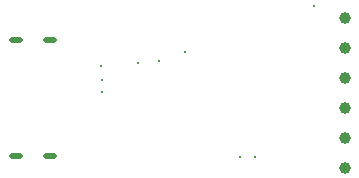
<source format=gbr>
%TF.GenerationSoftware,KiCad,Pcbnew,9.0.5*%
%TF.CreationDate,2025-12-13T22:10:06+05:30*%
%TF.ProjectId,Serial-Basic-CH340C-and-USBC,53657269-616c-42d4-9261-7369632d4348,V1.2*%
%TF.SameCoordinates,Original*%
%TF.FileFunction,Plated,1,2,PTH,Mixed*%
%TF.FilePolarity,Positive*%
%FSLAX46Y46*%
G04 Gerber Fmt 4.6, Leading zero omitted, Abs format (unit mm)*
G04 Created by KiCad (PCBNEW 9.0.5) date 2025-12-13 22:10:06*
%MOMM*%
%LPD*%
G01*
G04 APERTURE LIST*
%TA.AperFunction,ViaDrill*%
%ADD10C,0.300000*%
%TD*%
G04 aperture for slot hole*
%TA.AperFunction,ComponentDrill*%
%ADD11C,0.500000*%
%TD*%
%TA.AperFunction,ComponentDrill*%
%ADD12C,1.000000*%
%TD*%
G04 APERTURE END LIST*
D10*
X158323000Y-109879000D03*
X158459000Y-112141000D03*
X158466000Y-111115000D03*
X161471000Y-109654000D03*
X163264000Y-109481000D03*
X165436000Y-108759000D03*
X170163000Y-117655000D03*
X171437000Y-117666000D03*
X176412000Y-104810000D03*
D11*
%TO.C,U3*%
X150780000Y-107760000D02*
X151480000Y-107760000D01*
X150780000Y-117550000D02*
X151480000Y-117550000D01*
X153680000Y-107760000D02*
X154380000Y-107760000D01*
X153680000Y-117550000D02*
X154380000Y-117550000D01*
D12*
%TO.C,J2*%
X178992000Y-105843000D03*
X178992000Y-108383000D03*
X178992000Y-110923000D03*
X178992000Y-113463000D03*
X178992000Y-116003000D03*
X178992000Y-118543000D03*
M02*

</source>
